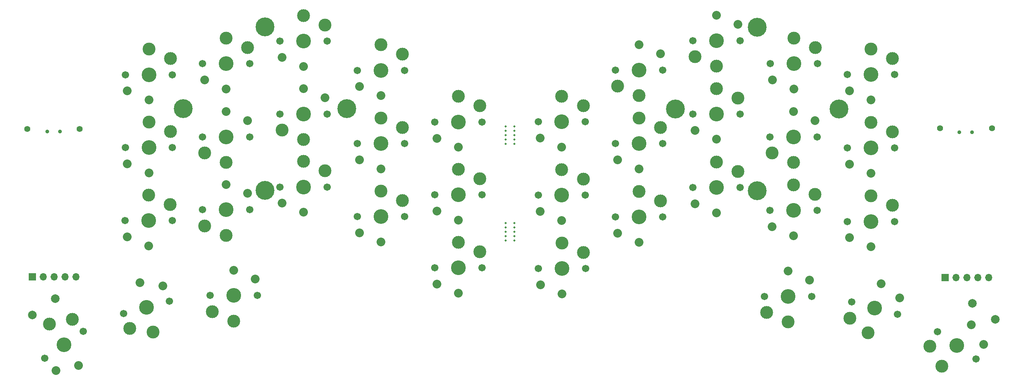
<source format=gbr>
%TF.GenerationSoftware,KiCad,Pcbnew,(6.0.5-0)*%
%TF.CreationDate,2022-12-11T16:32:45-08:00*%
%TF.ProjectId,Swept_3x5,53776570-745f-4337-9835-2e6b69636164,rev?*%
%TF.SameCoordinates,Original*%
%TF.FileFunction,Soldermask,Top*%
%TF.FilePolarity,Negative*%
%FSLAX46Y46*%
G04 Gerber Fmt 4.6, Leading zero omitted, Abs format (unit mm)*
G04 Created by KiCad (PCBNEW (6.0.5-0)) date 2022-12-11 16:32:45*
%MOMM*%
%LPD*%
G01*
G04 APERTURE LIST*
%ADD10C,1.701800*%
%ADD11C,3.000000*%
%ADD12C,3.429000*%
%ADD13C,2.032000*%
%ADD14C,0.500000*%
%ADD15C,2.000000*%
%ADD16C,4.400000*%
%ADD17R,1.700000X1.700000*%
%ADD18O,1.700000X1.700000*%
%ADD19C,1.397000*%
%ADD20C,0.900000*%
G04 APERTURE END LIST*
D10*
%TO.C,SW16*%
X156997201Y-68120233D03*
D11*
X162497201Y-62170233D03*
X167497201Y-64370233D03*
D12*
X162497201Y-68120233D03*
D10*
X167997201Y-68120233D03*
D13*
X162497201Y-74020233D03*
X157497201Y-71920233D03*
%TD*%
D11*
%TO.C,SW20*%
X192193601Y-90386833D03*
D10*
X191693601Y-86636833D03*
D11*
X197193601Y-92586833D03*
D10*
X202693601Y-86636833D03*
D12*
X197193601Y-86636833D03*
D13*
X197193601Y-80736833D03*
X202193601Y-82836833D03*
%TD*%
D11*
%TO.C,SW15*%
X149539401Y-76384433D03*
D10*
X150039401Y-80134433D03*
D11*
X144539401Y-74184433D03*
D12*
X144539401Y-80134433D03*
D10*
X139039401Y-80134433D03*
D13*
X144539401Y-86034433D03*
X139539401Y-83934433D03*
%TD*%
D11*
%TO.C,SW21*%
X215846628Y-95101892D03*
D12*
X217386601Y-89354633D03*
D10*
X222699193Y-90778138D03*
D11*
X211586400Y-91682760D03*
D10*
X212074009Y-87931128D03*
D13*
X218913633Y-83655671D03*
X223199743Y-86978210D03*
%TD*%
D12*
%TO.C,SW17*%
X180505801Y-61236833D03*
D11*
X185505801Y-57486833D03*
D10*
X186005801Y-61236833D03*
D11*
X180505801Y-55286833D03*
D10*
X175005801Y-61236833D03*
D13*
X180505801Y-67136833D03*
X175505801Y-65036833D03*
%TD*%
D12*
%TO.C,SW18*%
X198514401Y-66596233D03*
D10*
X193014401Y-66596233D03*
X204014401Y-66596233D03*
D11*
X198514401Y-60646233D03*
X203514401Y-62846233D03*
D13*
X198514401Y-72496233D03*
X193514401Y-70396233D03*
%TD*%
D12*
%TO.C,SW4*%
X162522601Y-33881033D03*
D11*
X162522601Y-39831033D03*
X157522601Y-37631033D03*
D10*
X168022601Y-33881033D03*
X157022601Y-33881033D03*
D13*
X162522601Y-27981033D03*
X167522601Y-30081033D03*
%TD*%
D12*
%TO.C,SW3*%
X144514001Y-45920633D03*
D10*
X150014001Y-45920633D03*
D11*
X149514001Y-42170633D03*
D10*
X139014001Y-45920633D03*
D11*
X144514001Y-39970633D03*
D13*
X144514001Y-51820633D03*
X139514001Y-49720633D03*
%TD*%
D10*
%TO.C,SW9*%
X139014001Y-63014833D03*
D11*
X149514001Y-59264833D03*
D10*
X150014001Y-63014833D03*
D11*
X144514001Y-57064833D03*
D12*
X144514001Y-63014833D03*
D13*
X144514001Y-68914833D03*
X139514001Y-66814833D03*
%TD*%
D10*
%TO.C,SW12*%
X193014401Y-49476633D03*
D11*
X198514401Y-55426633D03*
D10*
X204014401Y-49476633D03*
D11*
X193514401Y-53226633D03*
D12*
X198514401Y-49476633D03*
D13*
X198514401Y-43576633D03*
X203514401Y-45676633D03*
%TD*%
D11*
%TO.C,SW11*%
X180505801Y-38167233D03*
D10*
X175005801Y-44117233D03*
X186005801Y-44117233D03*
D12*
X180505801Y-44117233D03*
D11*
X185505801Y-40367233D03*
D13*
X180505801Y-50017233D03*
X175505801Y-47917233D03*
%TD*%
D11*
%TO.C,SW6*%
X203539801Y-28607033D03*
X198539801Y-26407033D03*
D10*
X204039801Y-32357033D03*
D12*
X198539801Y-32357033D03*
D10*
X193039801Y-32357033D03*
D13*
X198539801Y-38257033D03*
X193539801Y-36157033D03*
%TD*%
D12*
%TO.C,SW5*%
X180531201Y-27023033D03*
D10*
X186031201Y-27023033D03*
D11*
X175531201Y-30773033D03*
D10*
X175031201Y-27023033D03*
D11*
X180531201Y-32973033D03*
D13*
X180531201Y-21123033D03*
X185531201Y-23223033D03*
%TD*%
D14*
%TO.C,mouse-bite-2mm-slot*%
X131407601Y-51079167D03*
X131407601Y-48031167D03*
X131407601Y-49047167D03*
X133439601Y-48031167D03*
X133439601Y-49047167D03*
X131407601Y-50063167D03*
X133439601Y-50063167D03*
X133439601Y-51079167D03*
X133439601Y-47015167D03*
X131407601Y-47015167D03*
%TD*%
%TO.C,mouse-bite-2mm-slot*%
X133477000Y-73583448D03*
X133477000Y-70535448D03*
X131445000Y-70535448D03*
X131445000Y-73583448D03*
X131445000Y-71551448D03*
X133477000Y-71551448D03*
X133477000Y-72567448D03*
X131445000Y-69519448D03*
X131445000Y-72567448D03*
X133477000Y-69519448D03*
%TD*%
D15*
%TO.C,RSW1*%
X245492244Y-91954123D03*
X240167756Y-88225877D03*
%TD*%
D10*
%TO.C,SW10*%
X156997201Y-51000633D03*
X167997201Y-51000633D03*
D11*
X162497201Y-45050633D03*
X167497201Y-47250633D03*
D12*
X162497201Y-51000633D03*
D13*
X162497201Y-56900633D03*
X157497201Y-54800633D03*
%TD*%
D16*
%TO.C,REF\u002A\u002A*%
X209072601Y-42933433D03*
X170972601Y-42933433D03*
X190022601Y-23883433D03*
X190022601Y-61983433D03*
%TD*%
D10*
%TO.C,SW17_r1*%
X89878800Y-61112400D03*
X78878800Y-61112400D03*
D11*
X89378800Y-57362400D03*
X84378800Y-55162400D03*
D12*
X84378800Y-61112400D03*
D13*
X84378800Y-67012400D03*
X79378800Y-64912400D03*
%TD*%
D10*
%TO.C,SW11_r1*%
X89853400Y-44119800D03*
X78853400Y-44119800D03*
D11*
X79353400Y-47869800D03*
D12*
X84353400Y-44119800D03*
D11*
X84353400Y-50069800D03*
D13*
X84353400Y-38219800D03*
X89353400Y-40319800D03*
%TD*%
D10*
%TO.C,SW15_r1*%
X114896000Y-79959200D03*
D11*
X120396000Y-74009200D03*
D12*
X120396000Y-79959200D03*
D10*
X125896000Y-79959200D03*
D11*
X125396000Y-76209200D03*
D13*
X120396000Y-85859200D03*
X115396000Y-83759200D03*
%TD*%
D10*
%TO.C,SW18_r1*%
X60844800Y-66421000D03*
D11*
X66344800Y-72371000D03*
D12*
X66344800Y-66421000D03*
D10*
X71844800Y-66421000D03*
D11*
X61344800Y-70171000D03*
D13*
X66344800Y-60521000D03*
X71344800Y-62621000D03*
%TD*%
D10*
%TO.C,SW6_r1*%
X60844800Y-32359600D03*
D11*
X71344800Y-28609600D03*
X66344800Y-26409600D03*
D10*
X71844800Y-32359600D03*
D12*
X66344800Y-32359600D03*
D13*
X66344800Y-38259600D03*
X61344800Y-36159600D03*
%TD*%
D10*
%TO.C,SW5_r1*%
X78878800Y-27101800D03*
X89878800Y-27101800D03*
D11*
X89378800Y-23351800D03*
D12*
X84378800Y-27101800D03*
D11*
X84378800Y-21151800D03*
D13*
X84378800Y-33001800D03*
X79378800Y-30901800D03*
%TD*%
D10*
%TO.C,SW16_r1*%
X96912800Y-67995800D03*
D11*
X102412800Y-62045800D03*
D12*
X102412800Y-67995800D03*
D10*
X107912800Y-67995800D03*
D11*
X107412800Y-64245800D03*
D13*
X102412800Y-73895800D03*
X97412800Y-71795800D03*
%TD*%
D12*
%TO.C,SW4_r1*%
X102387400Y-33934400D03*
D11*
X107387400Y-30184400D03*
X102387400Y-27984400D03*
D10*
X96887400Y-33934400D03*
X107887400Y-33934400D03*
D13*
X102387400Y-39834400D03*
X97387400Y-37734400D03*
%TD*%
D11*
%TO.C,SW13_r1*%
X48336200Y-45993000D03*
D10*
X53836200Y-51943000D03*
D11*
X53336200Y-48193000D03*
D10*
X42836200Y-51943000D03*
D12*
X48336200Y-51943000D03*
D13*
X48336200Y-57843000D03*
X43336200Y-55743000D03*
%TD*%
D11*
%TO.C,SW12_r1*%
X66344800Y-55378400D03*
D10*
X71844800Y-49428400D03*
X60844800Y-49428400D03*
D12*
X66344800Y-49428400D03*
D11*
X61344800Y-53178400D03*
D13*
X66344800Y-43528400D03*
X71344800Y-45628400D03*
%TD*%
D10*
%TO.C,SW3_r1*%
X114896000Y-45974000D03*
D12*
X120396000Y-45974000D03*
D10*
X125896000Y-45974000D03*
D11*
X125396000Y-42224000D03*
X120396000Y-40024000D03*
D13*
X120396000Y-51874000D03*
X115396000Y-49774000D03*
%TD*%
D12*
%TO.C,SW21_r1*%
X47777400Y-89154000D03*
D11*
X49317373Y-94901259D03*
D10*
X42464808Y-90577505D03*
D11*
X43918342Y-94070317D03*
D10*
X53089992Y-87730495D03*
D13*
X46250368Y-83455038D03*
X51623517Y-84189387D03*
%TD*%
D10*
%TO.C,SW9_r1*%
X125896000Y-62966600D03*
D11*
X120396000Y-57016600D03*
D10*
X114896000Y-62966600D03*
D12*
X120396000Y-62966600D03*
D11*
X125396000Y-59216600D03*
D13*
X120396000Y-68866600D03*
X115396000Y-66766600D03*
%TD*%
D11*
%TO.C,SW20_r1*%
X68072000Y-92360800D03*
D10*
X73572000Y-86410800D03*
D11*
X63072000Y-90160800D03*
D12*
X68072000Y-86410800D03*
D10*
X62572000Y-86410800D03*
D13*
X68072000Y-80510800D03*
X73072000Y-82610800D03*
%TD*%
D12*
%TO.C,SW7_r1*%
X48336200Y-34950400D03*
D11*
X53336200Y-31200400D03*
D10*
X42836200Y-34950400D03*
D11*
X48336200Y-29000400D03*
D10*
X53836200Y-34950400D03*
D13*
X48336200Y-40850400D03*
X43336200Y-38750400D03*
%TD*%
D16*
%TO.C,REF\u002A\u002A*%
X94407400Y-42878400D03*
X56307400Y-42878400D03*
X75357400Y-61928400D03*
X75357400Y-23828400D03*
%TD*%
D15*
%TO.C,RSW2*%
X26562244Y-87185877D03*
X21237756Y-90914123D03*
%TD*%
D11*
%TO.C,SW13*%
X216548401Y-46092033D03*
D12*
X216548401Y-52042033D03*
D10*
X222048401Y-52042033D03*
D11*
X221548401Y-48292033D03*
D10*
X211048401Y-52042033D03*
D13*
X216548401Y-57942033D03*
X211548401Y-55842033D03*
%TD*%
D12*
%TO.C,SW22*%
X236487401Y-98041433D03*
D10*
X240992737Y-101196103D03*
D11*
X233074621Y-102915388D03*
D10*
X231982065Y-94886763D03*
D11*
X230240729Y-98245371D03*
D13*
X239871502Y-93208436D03*
X242762752Y-97796537D03*
%TD*%
D17*
%TO.C,J2*%
X21225000Y-82090000D03*
D18*
X23765000Y-82090000D03*
X26305000Y-82090000D03*
X28845000Y-82090000D03*
X31385000Y-82090000D03*
%TD*%
D11*
%TO.C,SW19*%
X221548401Y-65411633D03*
D12*
X216548401Y-69161633D03*
D11*
X216548401Y-63211633D03*
D10*
X211048401Y-69161633D03*
X222048401Y-69161633D03*
D13*
X216548401Y-75061633D03*
X211548401Y-72961633D03*
%TD*%
D17*
%TO.C,J1*%
X233765000Y-82200000D03*
D18*
X236305000Y-82200000D03*
X238845000Y-82200000D03*
X241385000Y-82200000D03*
X243925000Y-82200000D03*
%TD*%
D10*
%TO.C,SW19_r1*%
X53810800Y-68961000D03*
X42810800Y-68961000D03*
D11*
X53310800Y-65211000D03*
D12*
X48310800Y-68961000D03*
D11*
X48310800Y-63011000D03*
D13*
X48310800Y-74861000D03*
X43310800Y-72761000D03*
%TD*%
D19*
%TO.C,Bat+1*%
X232575801Y-47393833D03*
%TD*%
D11*
%TO.C,SW10_r1*%
X102387400Y-45027800D03*
D10*
X96887400Y-50977800D03*
X107887400Y-50977800D03*
D11*
X107387400Y-47227800D03*
D12*
X102387400Y-50977800D03*
D13*
X102387400Y-56877800D03*
X97387400Y-54777800D03*
%TD*%
D10*
%TO.C,SW22_r1*%
X24079200Y-101066600D03*
D11*
X30529385Y-91972228D03*
X25171756Y-93037975D03*
D10*
X33089872Y-94757260D03*
D12*
X28584536Y-97911930D03*
D13*
X31968637Y-102744927D03*
X26668366Y-103892590D03*
%TD*%
D19*
%TO.C,BatGND1*%
X244717001Y-47444633D03*
%TD*%
%TO.C,Bat+r1*%
X20040600Y-47574200D03*
%TD*%
D10*
%TO.C,SW7*%
X211048401Y-34922433D03*
X222048401Y-34922433D03*
D12*
X216548401Y-34922433D03*
D11*
X216548401Y-28972433D03*
X221548401Y-31172433D03*
D13*
X216548401Y-40822433D03*
X211548401Y-38722433D03*
%TD*%
D19*
%TO.C,BatGND4*%
X32207200Y-47625000D03*
%TD*%
D20*
%TO.C,SW_POWER1*%
X237095601Y-48326233D03*
X240095601Y-48326233D03*
%TD*%
%TO.C,SW_POWERR1*%
X27662000Y-48201800D03*
X24662000Y-48201800D03*
%TD*%
M02*

</source>
